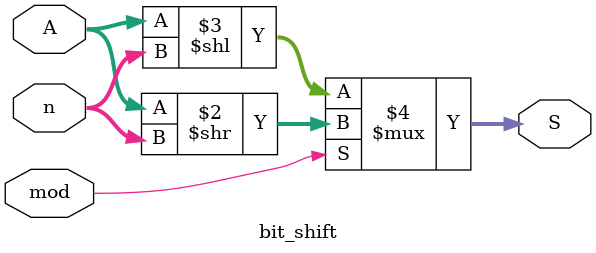
<source format=v>

`timescale 1ns/1ns

module bitwise_operations;    //: root_module
//: property prot_data=1
//: property prot_intf=1
//: property pptype=0
reg [47:0] w6;    //: /sn:0 {0}(699,107)(699,155)(#:699,155)(#:699,170){1}
reg [3:0] w3;    //: /sn:0 {0}(#:252,181)(236,181)(236,181)(213,181){1}
//: {2}(#:211,179)(211,132)(237,132){3}
//: {4}(211,183)(211,250)(237,250){5}
reg w1;    //: /sn:0 {0}(224,104)(224,234)(237,234){1}
reg [23:0] w2;    //: /sn:0 {0}(#:158,191)(158,203)(158,203)(158,216){1}
//: {2}(160,218)(237,218){3}
//: {4}(156,218)(106,218)(#:106,107){5}
wire [15:0] w4;    //: /sn:0 {0}(#:279,132)(309,132)(309,107){1}
wire [47:0] w5;    //: /sn:0 {0}(#:344,218)(479,218)(479,107){1}
//: enddecls

  //: DIP g4 (w3) @(290,181) /sn:0 /R:3 /anc:1 /w:[ 0 ] /st:0 /dn:0
  //: joint g8 (w3) @(211, 181) /anc:1 /w:[ 1 2 -1 4 ]
  bit_shift g3 (.A(w2), .mod(w1), .n(w3), .S(w5));   //: @(238, 202) /sz:(105, 64) /sn:0 /anc:1 /p:[ Li0>3 Li1>1 Li2>5 Ro0<0 ]
  //: DIP g2 (w2) @(158,181) /sn:0 /anc:1 /w:[ 0 ] /st:0 /dn:0
  //: SWITCH g1 (w1) @(224,91) /sn:0 /R:3 /anc:1 /w:[ 0 ] /st:0 /dn:0
  //: LED g10 (w6) @(699,100) /sn:0 /anc:1 /w:[ 0 ] /type:3
  //: LED g6 (w5) @(479,100) /sn:0 /anc:1 /w:[ 1 ] /type:3
  _2n g7 (.A(w3), .S(w4));   //: @(238, 116) /sz:(40, 40) /sn:0 /anc:1 /p:[ Li0>3 Ro0<0 ]
  //: LED g9 (w4) @(309,100) /sn:0 /anc:1 /w:[ 1 ] /type:3
  //: DIP g11 (w6) @(699,181) /sn:0 /R:2 /anc:1 /w:[ 1 ] /st:0 /dn:0
  //: joint g5 (w2) @(158, 218) /anc:1 /w:[ 2 1 4 -1 ]
  //: LED g0 (w2) @(106,100) /sn:0 /anc:1 /w:[ 5 ] /type:3

endmodule
//: /netlistEnd

//: /hdlBegin _2n
//: interface  /sz:(40, 40) /bd:[ Li0>A[3:0](16/40) Ro0<S[15:0](16/40) ] /pd: 1 /pi: 1 /pe: 1 /pp: 0
//: property prot_data=1
//: property prot_intf=1
//: property pptype=0
//: enddecls
module _2n(A, S);
  input [3:0] A;
  output [15:0] S;
  assign S = (1 << A);
endmodule
//: /hdlEnd


`timescale 1ns/1ns

//: /hdlBegin bit_shift
//: interface  /sz:(105, 64) /bd:[ Li0>n[3:0](48/64) Li1>mod(32/64) Li2>A[23:0](16/64) Ro0<S[47:0](16/64) ] /pd: 1 /pi: 1 /pe: 1 /pp: 0
//: property prot_data=1
//: property prot_intf=1
//: property pptype=0
//: enddecls
module bit_shift(A, mod, n, S);
  input [23:0] A;
  input [3:0] n;
  input mod;
  output [47:0] S;
  assign S = (mod == 1) ? (A >> n) : (A << n);
endmodule
//: /hdlEnd


`timescale 1ns/1ns


</source>
